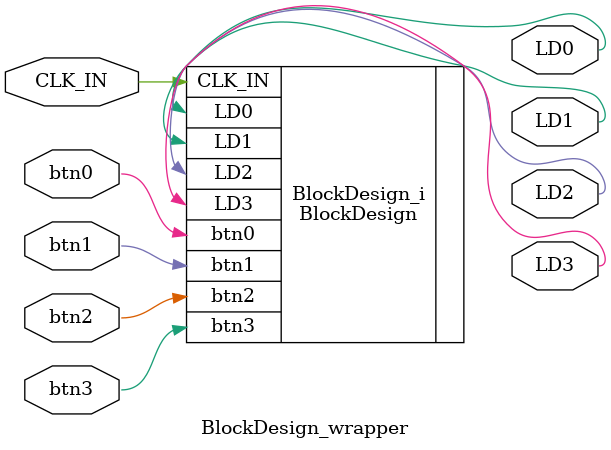
<source format=v>
`timescale 1 ps / 1 ps

module BlockDesign_wrapper
   (CLK_IN,
    LD0,
    LD1,
    LD2,
    LD3,
    btn0,
    btn1,
    btn2,
    btn3);
  input CLK_IN;
  output LD0;
  output LD1;
  output LD2;
  output LD3;
  input btn0;
  input btn1;
  input btn2;
  input btn3;

  wire CLK_IN;
  wire LD0;
  wire LD1;
  wire LD2;
  wire LD3;
  wire btn0;
  wire btn1;
  wire btn2;
  wire btn3;

  BlockDesign BlockDesign_i
       (.CLK_IN(CLK_IN),
        .LD0(LD0),
        .LD1(LD1),
        .LD2(LD2),
        .LD3(LD3),
        .btn0(btn0),
        .btn1(btn1),
        .btn2(btn2),
        .btn3(btn3));
endmodule

</source>
